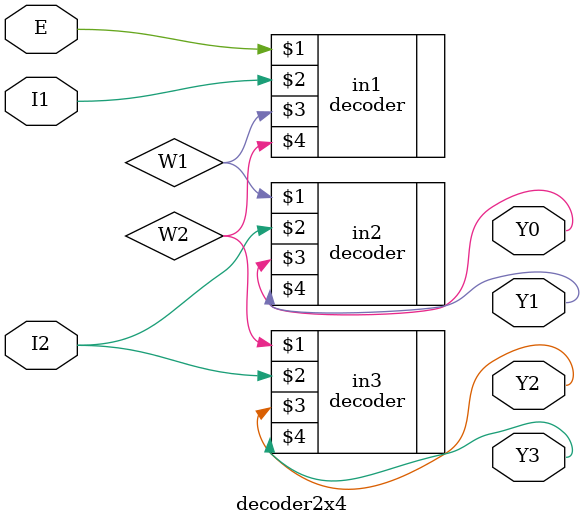
<source format=v>
`timescale 1ns / 1ps


module decoder2x4(
    input E,I1,I2,
    output Y0,Y1,Y2,Y3
    );
    wire W1,W2;
    decoder in1(E,I1,W1,W2);
    decoder in2(W1,I2,Y0,Y1);
    decoder in3(W2,I2,Y2,Y3);
endmodule
</source>
